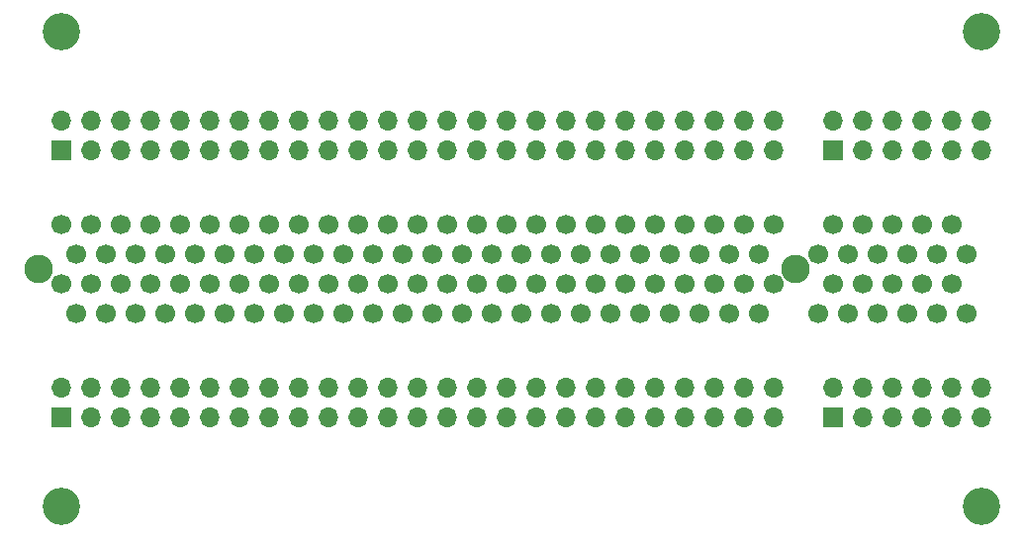
<source format=gbs>
G04 #@! TF.GenerationSoftware,KiCad,Pcbnew,6.0.6+dfsg-1~bpo11+1*
G04 #@! TF.CreationDate,2022-07-13T16:17:28+02:00*
G04 #@! TF.ProjectId,PCI_to_pinhead,5043495f-746f-45f7-9069-6e686561642e,rev?*
G04 #@! TF.SameCoordinates,Original*
G04 #@! TF.FileFunction,Soldermask,Bot*
G04 #@! TF.FilePolarity,Negative*
%FSLAX46Y46*%
G04 Gerber Fmt 4.6, Leading zero omitted, Abs format (unit mm)*
G04 Created by KiCad (PCBNEW 6.0.6+dfsg-1~bpo11+1) date 2022-07-13 16:17:28*
%MOMM*%
%LPD*%
G01*
G04 APERTURE LIST*
%ADD10C,3.200000*%
%ADD11C,2.440000*%
%ADD12C,1.700000*%
%ADD13R,1.700000X1.700000*%
%ADD14O,1.700000X1.700000*%
G04 APERTURE END LIST*
D10*
X96520000Y-58420000D03*
X175260000Y-58420000D03*
X175260000Y-99060000D03*
X96520000Y-99060000D03*
D11*
X159385000Y-78740000D03*
X94615000Y-78740000D03*
D12*
X96520000Y-74930000D03*
X97790000Y-77470000D03*
X99060000Y-74930000D03*
X100330000Y-77470000D03*
X101600000Y-74930000D03*
X102870000Y-77470000D03*
X104140000Y-74930000D03*
X105410000Y-77470000D03*
X106680000Y-74930000D03*
X107950000Y-77470000D03*
X109220000Y-74930000D03*
X110490000Y-77470000D03*
X111760000Y-74930000D03*
X113030000Y-77470000D03*
X114300000Y-74930000D03*
X115570000Y-77470000D03*
X116840000Y-74930000D03*
X118110000Y-77470000D03*
X119380000Y-74930000D03*
X120650000Y-77470000D03*
X121920000Y-74930000D03*
X123190000Y-77470000D03*
X124460000Y-74930000D03*
X125730000Y-77470000D03*
X127000000Y-74930000D03*
X128270000Y-77470000D03*
X129540000Y-74930000D03*
X130810000Y-77470000D03*
X132080000Y-74930000D03*
X133350000Y-77470000D03*
X134620000Y-74930000D03*
X135890000Y-77470000D03*
X137160000Y-74930000D03*
X138430000Y-77470000D03*
X139700000Y-74930000D03*
X140970000Y-77470000D03*
X142240000Y-74930000D03*
X143510000Y-77470000D03*
X144780000Y-74930000D03*
X146050000Y-77470000D03*
X147320000Y-74930000D03*
X148590000Y-77470000D03*
X149860000Y-74930000D03*
X151130000Y-77470000D03*
X152400000Y-74930000D03*
X153670000Y-77470000D03*
X154940000Y-74930000D03*
X156210000Y-77470000D03*
X157480000Y-74930000D03*
X161290000Y-77470000D03*
X162560000Y-74930000D03*
X163830000Y-77470000D03*
X165100000Y-74930000D03*
X166370000Y-77470000D03*
X167640000Y-74930000D03*
X168910000Y-77470000D03*
X170180000Y-74930000D03*
X171450000Y-77470000D03*
X172720000Y-74930000D03*
X173990000Y-77470000D03*
X96520000Y-80010000D03*
X97790000Y-82550000D03*
X99060000Y-80010000D03*
X100330000Y-82550000D03*
X101600000Y-80010000D03*
X102870000Y-82550000D03*
X104140000Y-80010000D03*
X105410000Y-82550000D03*
X106680000Y-80010000D03*
X107950000Y-82550000D03*
X109220000Y-80010000D03*
X110490000Y-82550000D03*
X111760000Y-80010000D03*
X113030000Y-82550000D03*
X114300000Y-80010000D03*
X115570000Y-82550000D03*
X116840000Y-80010000D03*
X118110000Y-82550000D03*
X119380000Y-80010000D03*
X120650000Y-82550000D03*
X121920000Y-80010000D03*
X123190000Y-82550000D03*
X124460000Y-80010000D03*
X125730000Y-82550000D03*
X127000000Y-80010000D03*
X128270000Y-82550000D03*
X129540000Y-80010000D03*
X130810000Y-82550000D03*
X132080000Y-80010000D03*
X133350000Y-82550000D03*
X134620000Y-80010000D03*
X135890000Y-82550000D03*
X137160000Y-80010000D03*
X138430000Y-82550000D03*
X139700000Y-80010000D03*
X140970000Y-82550000D03*
X142240000Y-80010000D03*
X143510000Y-82550000D03*
X144780000Y-80010000D03*
X146050000Y-82550000D03*
X147320000Y-80010000D03*
X148590000Y-82550000D03*
X149860000Y-80010000D03*
X151130000Y-82550000D03*
X152400000Y-80010000D03*
X153670000Y-82550000D03*
X154940000Y-80010000D03*
X156210000Y-82550000D03*
X157480000Y-80010000D03*
X161290000Y-82550000D03*
X162560000Y-80010000D03*
X163830000Y-82550000D03*
X165100000Y-80010000D03*
X166370000Y-82550000D03*
X167640000Y-80010000D03*
X168910000Y-82550000D03*
X170180000Y-80010000D03*
X171450000Y-82550000D03*
X172720000Y-80010000D03*
X173990000Y-82550000D03*
D13*
X96520000Y-91440000D03*
D14*
X96520000Y-88900000D03*
X99060000Y-91440000D03*
X99060000Y-88900000D03*
X101600000Y-91440000D03*
X101600000Y-88900000D03*
X104140000Y-91440000D03*
X104140000Y-88900000D03*
X106680000Y-91440000D03*
X106680000Y-88900000D03*
X109220000Y-91440000D03*
X109220000Y-88900000D03*
X111760000Y-91440000D03*
X111760000Y-88900000D03*
X114300000Y-91440000D03*
X114300000Y-88900000D03*
X116840000Y-91440000D03*
X116840000Y-88900000D03*
X119380000Y-91440000D03*
X119380000Y-88900000D03*
X121920000Y-91440000D03*
X121920000Y-88900000D03*
X124460000Y-91440000D03*
X124460000Y-88900000D03*
X127000000Y-91440000D03*
X127000000Y-88900000D03*
X129540000Y-91440000D03*
X129540000Y-88900000D03*
X132080000Y-91440000D03*
X132080000Y-88900000D03*
X134620000Y-91440000D03*
X134620000Y-88900000D03*
X137160000Y-91440000D03*
X137160000Y-88900000D03*
X139700000Y-91440000D03*
X139700000Y-88900000D03*
X142240000Y-91440000D03*
X142240000Y-88900000D03*
X144780000Y-91440000D03*
X144780000Y-88900000D03*
X147320000Y-91440000D03*
X147320000Y-88900000D03*
X149860000Y-91440000D03*
X149860000Y-88900000D03*
X152400000Y-91440000D03*
X152400000Y-88900000D03*
X154940000Y-91440000D03*
X154940000Y-88900000D03*
X157480000Y-91440000D03*
X157480000Y-88900000D03*
D13*
X162560000Y-91440000D03*
D14*
X162560000Y-88900000D03*
X165100000Y-91440000D03*
X165100000Y-88900000D03*
X167640000Y-91440000D03*
X167640000Y-88900000D03*
X170180000Y-91440000D03*
X170180000Y-88900000D03*
X172720000Y-91440000D03*
X172720000Y-88900000D03*
X175260000Y-91440000D03*
X175260000Y-88900000D03*
D13*
X96520000Y-68580000D03*
D14*
X96520000Y-66040000D03*
X99060000Y-68580000D03*
X99060000Y-66040000D03*
X101600000Y-68580000D03*
X101600000Y-66040000D03*
X104140000Y-68580000D03*
X104140000Y-66040000D03*
X106680000Y-68580000D03*
X106680000Y-66040000D03*
X109220000Y-68580000D03*
X109220000Y-66040000D03*
X111760000Y-68580000D03*
X111760000Y-66040000D03*
X114300000Y-68580000D03*
X114300000Y-66040000D03*
X116840000Y-68580000D03*
X116840000Y-66040000D03*
X119380000Y-68580000D03*
X119380000Y-66040000D03*
X121920000Y-68580000D03*
X121920000Y-66040000D03*
X124460000Y-68580000D03*
X124460000Y-66040000D03*
X127000000Y-68580000D03*
X127000000Y-66040000D03*
X129540000Y-68580000D03*
X129540000Y-66040000D03*
X132080000Y-68580000D03*
X132080000Y-66040000D03*
X134620000Y-68580000D03*
X134620000Y-66040000D03*
X137160000Y-68580000D03*
X137160000Y-66040000D03*
X139700000Y-68580000D03*
X139700000Y-66040000D03*
X142240000Y-68580000D03*
X142240000Y-66040000D03*
X144780000Y-68580000D03*
X144780000Y-66040000D03*
X147320000Y-68580000D03*
X147320000Y-66040000D03*
X149860000Y-68580000D03*
X149860000Y-66040000D03*
X152400000Y-68580000D03*
X152400000Y-66040000D03*
X154940000Y-68580000D03*
X154940000Y-66040000D03*
X157480000Y-68580000D03*
X157480000Y-66040000D03*
D13*
X162560000Y-68580000D03*
D14*
X162560000Y-66040000D03*
X165100000Y-68580000D03*
X165100000Y-66040000D03*
X167640000Y-68580000D03*
X167640000Y-66040000D03*
X170180000Y-68580000D03*
X170180000Y-66040000D03*
X172720000Y-68580000D03*
X172720000Y-66040000D03*
X175260000Y-68580000D03*
X175260000Y-66040000D03*
M02*

</source>
